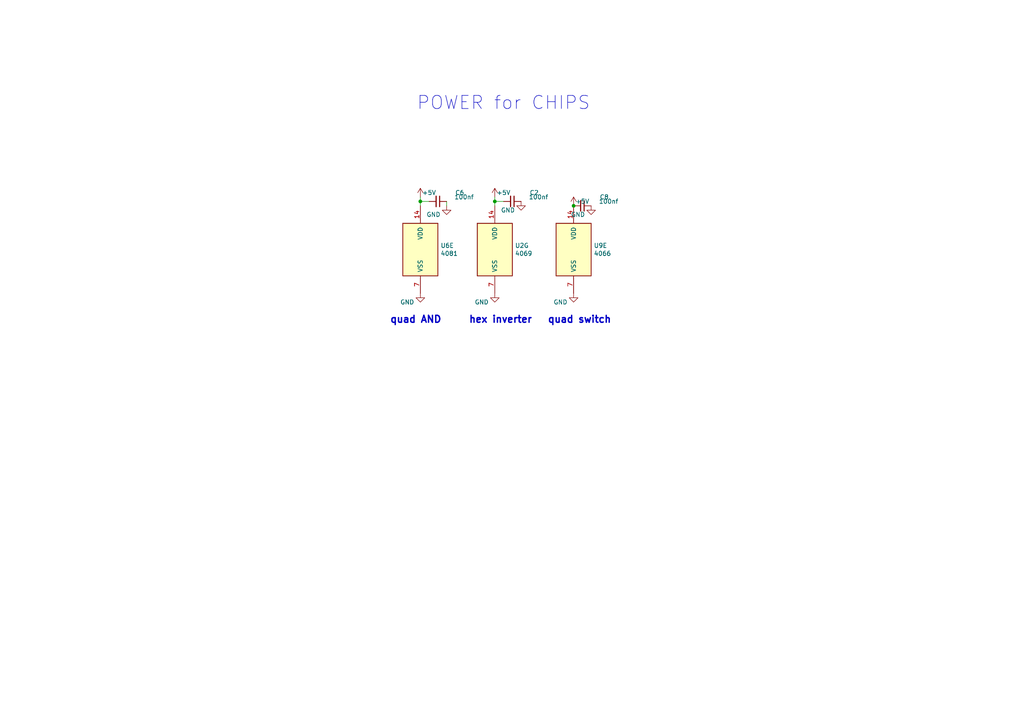
<source format=kicad_sch>
(kicad_sch (version 20250114) (generator "eeschema") (generator_version "9.0")
  (paper "A4")
  (lib_symbols
    (symbol "4xxx:4066" (pin_names (offset 1.016))
      (property "Reference" "U" (at -7.62 8.89 0))
      (property "Value" "4066" (at -7.62 -8.89 0))
      (symbol "4066_1_0"
        (polyline (pts (xy -2.54 2.54) (xy 2.54 0) (xy -2.54 -2.54) (xy -2.54 2.54)) (fill (type background)))
        (polyline (pts (xy -2.54 0) (xy 2.54 2.54) (xy 2.54 -2.54) (xy -2.54 0)) (fill (type background)))
        (polyline (pts (xy 0 1.27) (xy 0 2.54)) (stroke (width 0.1524)))
        (pin passive line (at -7.62 0 0) (length 5.08) (name "~") (number "1"))
        (pin input line (at 0 7.62 270) (length 5.08) (name "~") (number "13"))
        (pin passive line (at 7.62 0 180) (length 5.08) (name "~") (number "2"))
      )
      (symbol "4066_2_0"
        (polyline (pts (xy -2.54 2.54) (xy 2.54 0) (xy -2.54 -2.54) (xy -2.54 2.54)) (fill (type background)))
        (polyline (pts (xy -2.54 0) (xy 2.54 2.54) (xy 2.54 -2.54) (xy -2.54 0)) (fill (type background)))
        (polyline (pts (xy 0 1.27) (xy 0 2.54)) (stroke (width 0.1524)))
        (pin passive line (at -7.62 0 0) (length 5.08) (name "~") (number "4"))
        (pin input line (at 0 7.62 270) (length 5.08) (name "~") (number "5"))
        (pin passive line (at 7.62 0 180) (length 5.08) (name "~") (number "3"))
      )
      (symbol "4066_3_0"
        (polyline (pts (xy -2.54 2.54) (xy 2.54 0) (xy -2.54 -2.54) (xy -2.54 2.54)) (fill (type background)))
        (polyline (pts (xy -2.54 0) (xy 2.54 2.54) (xy 2.54 -2.54) (xy -2.54 0)) (fill (type background)))
        (polyline (pts (xy 0 1.27) (xy 0 2.54)) (stroke (width 0.1524)))
        (pin passive line (at -7.62 0 0) (length 5.08) (name "~") (number "8"))
        (pin input line (at 0 7.62 270) (length 5.08) (name "~") (number "6"))
        (pin passive line (at 7.62 0 180) (length 5.08) (name "~") (number "9"))
      )
      (symbol "4066_4_0"
        (polyline (pts (xy -2.54 2.54) (xy 2.54 0) (xy -2.54 -2.54) (xy -2.54 2.54)) (fill (type background)))
        (polyline (pts (xy -2.54 0) (xy 2.54 2.54) (xy 2.54 -2.54) (xy -2.54 0)) (fill (type background)))
        (polyline (pts (xy 0 1.27) (xy 0 2.54)) (stroke (width 0.1524)))
        (pin passive line (at -7.62 0 0) (length 5.08) (name "~") (number "11"))
        (pin input line (at 0 7.62 270) (length 5.08) (name "~") (number "12"))
        (pin passive line (at 7.62 0 180) (length 5.08) (name "~") (number "10"))
      )
      (symbol "4066_5_0"
        (pin power_in line (at 0 12.7 270) (length 5.08) (name "VDD") (number "14"))
        (pin power_in line (at 0 -12.7 90) (length 5.08) (name "VSS") (number "7"))
      )
      (symbol "4066_5_1"
        (rectangle (start -5.08 7.62) (end 5.08 -7.62) (stroke (width 0.254)) (fill (type background)))
      )
    )
    (symbol "4xxx:4069" (pin_names (offset 1.016))
      (property "Reference" "U" (at 0 1.27 0))
      (property "Value" "4069" (at 0 -1.27 0))
      (symbol "4069_1_0"
        (polyline (pts (xy -3.81 3.81) (xy -3.81 -3.81) (xy 3.81 0) (xy -3.81 3.81)) (stroke (width 0.254)) (fill (type background)))
        (pin input line (at -7.62 0 0) (length 3.81) (name "~") (number "1"))
        (pin output inverted (at 7.62 0 180) (length 3.81) (name "~") (number "2"))
      )
      (symbol "4069_2_0"
        (polyline (pts (xy -3.81 3.81) (xy -3.81 -3.81) (xy 3.81 0) (xy -3.81 3.81)) (stroke (width 0.254)) (fill (type background)))
        (pin input line (at -7.62 0 0) (length 3.81) (name "~") (number "3"))
        (pin output inverted (at 7.62 0 180) (length 3.81) (name "~") (number "4"))
      )
      (symbol "4069_3_0"
        (polyline (pts (xy -3.81 3.81) (xy -3.81 -3.81) (xy 3.81 0) (xy -3.81 3.81)) (stroke (width 0.254)) (fill (type background)))
        (pin input line (at -7.62 0 0) (length 3.81) (name "~") (number "5"))
        (pin output inverted (at 7.62 0 180) (length 3.81) (name "~") (number "6"))
      )
      (symbol "4069_4_0"
        (polyline (pts (xy -3.81 3.81) (xy -3.81 -3.81) (xy 3.81 0) (xy -3.81 3.81)) (stroke (width 0.254)) (fill (type background)))
        (pin input line (at -7.62 0 0) (length 3.81) (name "~") (number "9"))
        (pin output inverted (at 7.62 0 180) (length 3.81) (name "~") (number "8"))
      )
      (symbol "4069_5_0"
        (polyline (pts (xy -3.81 3.81) (xy -3.81 -3.81) (xy 3.81 0) (xy -3.81 3.81)) (stroke (width 0.254)) (fill (type background)))
        (pin input line (at -7.62 0 0) (length 3.81) (name "~") (number "11"))
        (pin output inverted (at 7.62 0 180) (length 3.81) (name "~") (number "10"))
      )
      (symbol "4069_6_0"
        (polyline (pts (xy -3.81 3.81) (xy -3.81 -3.81) (xy 3.81 0) (xy -3.81 3.81)) (stroke (width 0.254)) (fill (type background)))
        (pin input line (at -7.62 0 0) (length 3.81) (name "~") (number "13"))
        (pin output inverted (at 7.62 0 180) (length 3.81) (name "~") (number "12"))
      )
      (symbol "4069_7_0"
        (pin power_in line (at 0 12.7 270) (length 5.08) (name "VDD") (number "14"))
        (pin power_in line (at 0 -12.7 90) (length 5.08) (name "VSS") (number "7"))
      )
      (symbol "4069_7_1"
        (rectangle (start -5.08 7.62) (end 5.08 -7.62) (stroke (width 0.254)) (fill (type background)))
      )
    )
    (symbol "4xxx:4081" (pin_names (offset 1.016))
      (property "Reference" "U" (at 0 1.27 0))
      (property "Value" "4081" (at 0 -1.27 0))
      (symbol "4081_1_1"
        (arc (start 0 3.81) (mid 3.7934 0) (end 0 -3.81) (stroke (width 0.254)) (fill (type background)))
        (polyline (pts (xy 0 3.81) (xy -3.81 3.81) (xy -3.81 -3.81) (xy 0 -3.81)) (stroke (width 0.254)) (fill (type background)))
        (pin input line (at -7.62 2.54 0) (length 3.81) (name "~") (number "1"))
        (pin input line (at -7.62 -2.54 0) (length 3.81) (name "~") (number "2"))
        (pin output line (at 7.62 0 180) (length 3.81) (name "~") (number "3"))
      )
      (symbol "4081_1_2"
        (arc (start -3.81 3.81) (mid -2.589 0) (end -3.81 -3.81) (stroke (width 0.254)))
        (polyline (pts (xy -3.81 3.81) (xy -0.635 3.81)) (stroke (width 0.254)) (fill (type background)))
        (polyline (pts (xy -3.81 -3.81) (xy -0.635 -3.81)) (stroke (width 0.254)) (fill (type background)))
        (arc (start 3.81 0) (mid 2.1855 -2.584) (end -0.6096 -3.81) (stroke (width 0.254)) (fill (type background)))
        (arc (start -0.6096 3.81) (mid 2.1928 2.5924) (end 3.81 0) (stroke (width 0.254)) (fill (type background)))
        (polyline (pts (xy -0.635 3.81) (xy -3.81 3.81) (xy -3.81 3.81) (xy -3.556 3.4036) (xy -3.0226 2.2606) (xy -2.6924 1.0414) (xy -2.6162 -0.254) (xy -2.7686 -1.4986) (xy -3.175 -2.7178) (xy -3.81 -3.81) (xy -3.81 -3.81) (xy -0.635 -3.81)) (stroke (width -25.4)) (fill (type background)))
        (pin input inverted (at -7.62 2.54 0) (length 4.318) (name "~") (number "1"))
        (pin input inverted (at -7.62 -2.54 0) (length 4.318) (name "~") (number "2"))
        (pin output inverted (at 7.62 0 180) (length 3.81) (name "~") (number "3"))
      )
      (symbol "4081_2_1"
        (arc (start 0 3.81) (mid 3.7934 0) (end 0 -3.81) (stroke (width 0.254)) (fill (type background)))
        (polyline (pts (xy 0 3.81) (xy -3.81 3.81) (xy -3.81 -3.81) (xy 0 -3.81)) (stroke (width 0.254)) (fill (type background)))
        (pin input line (at -7.62 2.54 0) (length 3.81) (name "~") (number "5"))
        (pin input line (at -7.62 -2.54 0) (length 3.81) (name "~") (number "6"))
        (pin output line (at 7.62 0 180) (length 3.81) (name "~") (number "4"))
      )
      (symbol "4081_2_2"
        (arc (start -3.81 3.81) (mid -2.589 0) (end -3.81 -3.81) (stroke (width 0.254)))
        (polyline (pts (xy -3.81 3.81) (xy -0.635 3.81)) (stroke (width 0.254)) (fill (type background)))
        (polyline (pts (xy -3.81 -3.81) (xy -0.635 -3.81)) (stroke (width 0.254)) (fill (type background)))
        (arc (start 3.81 0) (mid 2.1855 -2.584) (end -0.6096 -3.81) (stroke (width 0.254)) (fill (type background)))
        (arc (start -0.6096 3.81) (mid 2.1928 2.5924) (end 3.81 0) (stroke (width 0.254)) (fill (type background)))
        (polyline (pts (xy -0.635 3.81) (xy -3.81 3.81) (xy -3.81 3.81) (xy -3.556 3.4036) (xy -3.0226 2.2606) (xy -2.6924 1.0414) (xy -2.6162 -0.254) (xy -2.7686 -1.4986) (xy -3.175 -2.7178) (xy -3.81 -3.81) (xy -3.81 -3.81) (xy -0.635 -3.81)) (stroke (width -25.4)) (fill (type background)))
        (pin input inverted (at -7.62 2.54 0) (length 4.318) (name "~") (number "5"))
        (pin input inverted (at -7.62 -2.54 0) (length 4.318) (name "~") (number "6"))
        (pin output inverted (at 7.62 0 180) (length 3.81) (name "~") (number "4"))
      )
      (symbol "4081_3_1"
        (arc (start 0 3.81) (mid 3.7934 0) (end 0 -3.81) (stroke (width 0.254)) (fill (type background)))
        (polyline (pts (xy 0 3.81) (xy -3.81 3.81) (xy -3.81 -3.81) (xy 0 -3.81)) (stroke (width 0.254)) (fill (type background)))
        (pin input line (at -7.62 2.54 0) (length 3.81) (name "~") (number "8"))
        (pin input line (at -7.62 -2.54 0) (length 3.81) (name "~") (number "9"))
        (pin output line (at 7.62 0 180) (length 3.81) (name "~") (number "10"))
      )
      (symbol "4081_3_2"
        (arc (start -3.81 3.81) (mid -2.589 0) (end -3.81 -3.81) (stroke (width 0.254)))
        (polyline (pts (xy -3.81 3.81) (xy -0.635 3.81)) (stroke (width 0.254)) (fill (type background)))
        (polyline (pts (xy -3.81 -3.81) (xy -0.635 -3.81)) (stroke (width 0.254)) (fill (type background)))
        (arc (start 3.81 0) (mid 2.1855 -2.584) (end -0.6096 -3.81) (stroke (width 0.254)) (fill (type background)))
        (arc (start -0.6096 3.81) (mid 2.1928 2.5924) (end 3.81 0) (stroke (width 0.254)) (fill (type background)))
        (polyline (pts (xy -0.635 3.81) (xy -3.81 3.81) (xy -3.81 3.81) (xy -3.556 3.4036) (xy -3.0226 2.2606) (xy -2.6924 1.0414) (xy -2.6162 -0.254) (xy -2.7686 -1.4986) (xy -3.175 -2.7178) (xy -3.81 -3.81) (xy -3.81 -3.81) (xy -0.635 -3.81)) (stroke (width -25.4)) (fill (type background)))
        (pin input inverted (at -7.62 2.54 0) (length 4.318) (name "~") (number "8"))
        (pin input inverted (at -7.62 -2.54 0) (length 4.318) (name "~") (number "9"))
        (pin output inverted (at 7.62 0 180) (length 3.81) (name "~") (number "10"))
      )
      (symbol "4081_4_1"
        (arc (start 0 3.81) (mid 3.7934 0) (end 0 -3.81) (stroke (width 0.254)) (fill (type background)))
        (polyline (pts (xy 0 3.81) (xy -3.81 3.81) (xy -3.81 -3.81) (xy 0 -3.81)) (stroke (width 0.254)) (fill (type background)))
        (pin input line (at -7.62 2.54 0) (length 3.81) (name "~") (number "12"))
        (pin input line (at -7.62 -2.54 0) (length 3.81) (name "~") (number "13"))
        (pin output line (at 7.62 0 180) (length 3.81) (name "~") (number "11"))
      )
      (symbol "4081_4_2"
        (arc (start -3.81 3.81) (mid -2.589 0) (end -3.81 -3.81) (stroke (width 0.254)))
        (polyline (pts (xy -3.81 3.81) (xy -0.635 3.81)) (stroke (width 0.254)) (fill (type background)))
        (polyline (pts (xy -3.81 -3.81) (xy -0.635 -3.81)) (stroke (width 0.254)) (fill (type background)))
        (arc (start 3.81 0) (mid 2.1855 -2.584) (end -0.6096 -3.81) (stroke (width 0.254)) (fill (type background)))
        (arc (start -0.6096 3.81) (mid 2.1928 2.5924) (end 3.81 0) (stroke (width 0.254)) (fill (type background)))
        (polyline (pts (xy -0.635 3.81) (xy -3.81 3.81) (xy -3.81 3.81) (xy -3.556 3.4036) (xy -3.0226 2.2606) (xy -2.6924 1.0414) (xy -2.6162 -0.254) (xy -2.7686 -1.4986) (xy -3.175 -2.7178) (xy -3.81 -3.81) (xy -3.81 -3.81) (xy -0.635 -3.81)) (stroke (width -25.4)) (fill (type background)))
        (pin input inverted (at -7.62 2.54 0) (length 4.318) (name "~") (number "12"))
        (pin input inverted (at -7.62 -2.54 0) (length 4.318) (name "~") (number "13"))
        (pin output inverted (at 7.62 0 180) (length 3.81) (name "~") (number "11"))
      )
      (symbol "4081_5_0"
        (pin power_in line (at 0 12.7 270) (length 5.08) (name "VDD") (number "14"))
        (pin power_in line (at 0 -12.7 90) (length 5.08) (name "VSS") (number "7"))
      )
      (symbol "4081_5_1"
        (rectangle (start -5.08 7.62) (end 5.08 -7.62) (stroke (width 0.254)) (fill (type background)))
      )
    )
    (symbol "Device:C_Small" (pin_numbers (hide yes)) (pin_names (offset 0.254) (hide yes))
      (property "Reference" "C" (at 0.254 1.778 0))
      (property "Value" "C_Small" (at 0.254 -2.032 0))
      (symbol "C_Small_0_1"
        (polyline (pts (xy -1.524 0.508) (xy 1.524 0.508)) (stroke (width 0.3048)))
        (polyline (pts (xy -1.524 -0.508) (xy 1.524 -0.508)) (stroke (width 0.3302)))
      )
      (symbol "C_Small_1_1"
        (pin passive line (at 0 2.54 270) (length 2.032) (name "~") (number "1"))
        (pin passive line (at 0 -2.54 90) (length 2.032) (name "~") (number "2"))
      )
    )
    (symbol "power:+5V" (power) (pin_names (offset 0))
      (property "Value" "+5V" (at 0 3.556 0))
      (symbol "+5V_0_1"
        (polyline (pts (xy -0.762 1.27) (xy 0 2.54)))
        (polyline (pts (xy 0 2.54) (xy 0.762 1.27)))
        (polyline (pts (xy 0 0) (xy 0 2.54)))
      )
      (symbol "+5V_1_1"
        (pin power_in line (at 0 0 90) (length 0) (hide yes) (name "+5V") (number "1"))
      )
    )
    (symbol "power:GND" (power) (pin_names (offset 0))
      (property "Value" "GND" (at 0 -3.81 0))
      (symbol "GND_0_1"
        (polyline (pts (xy 0 0) (xy 0 -1.27) (xy 1.27 -1.27) (xy 0 -2.54) (xy -1.27 -1.27) (xy 0 -1.27)))
      )
      (symbol "GND_1_1"
        (pin power_in line (at 0 0 270) (length 0) (hide yes) (name "GND") (number "1"))
      )
    )
  )
  (text "quad switch\n" (at 158.75 93.98 0) (effects (font (size 2.0066 2.0066) (thickness 0.4013) (bold yes)) (justify left bottom)))
  (text "POWER for CHIPS" (at 146.05 29.972 0) (effects (font (size 3.81 3.81))))
  (text "hex inverter" (at 135.89 93.98 0) (effects (font (size 2.0066 2.0066) (thickness 0.4013) (bold yes)) (justify left bottom)))
  (text "quad AND" (at 113.03 93.98 0) (effects (font (size 2.0066 2.0066) (thickness 0.4013) (bold yes)) (justify left bottom)))
  (junction (at 143.51 58.42))
  (junction (at 121.92 58.42))
  (junction (at 166.37 59.69))
  (wire (pts (xy 143.51 57.15) (xy 143.51 58.42)))
  (wire (pts (xy 146.05 58.42) (xy 143.51 58.42)))
  (wire (pts (xy 121.92 59.69) (xy 121.92 58.42)))
  (wire (pts (xy 124.46 58.42) (xy 121.92 58.42)))
  (wire (pts (xy 129.54 59.69) (xy 129.54 58.42)))
  (wire (pts (xy 121.92 58.42) (xy 121.92 57.15)))
  (wire (pts (xy 143.51 58.42) (xy 143.51 59.69)))
  (symbol (lib_id "4xxx:4069") (at 143.51 72.39 0) (unit 7)
    (property "Reference" "U2" (at 149.352 71.2216 0) (effects (justify left)))
    (property "Value" "4069" (at 149.352 73.533 0) (effects (justify left)))
    (property "Footprint" "Package_SO:SO-14_3.9x8.65mm_P1.27mm" (effects (hide yes)))
    (property "Datasheet" "http://www.intersil.com/content/dam/Intersil/documents/cd40/cd4069ubms.pdf" (effects (hide yes)))
  )
  (symbol (lib_id "power:+5V") (at 143.51 57.15 0) (unit 1)
    (property "Reference" "#PWR062" (effects (hide yes)))
    (property "Value" "+5V" (at 146.05 55.88 0))
  )
  (symbol (lib_id "power:GND") (at 143.51 85.09 0) (unit 1)
    (property "Reference" "#PWR063" (effects (hide yes)))
    (property "Value" "GND" (at 139.7 87.63 0))
  )
  (symbol (lib_id "Device:C_Small") (at 148.59 58.42 270) (unit 1)
    (property "Reference" "C2" (at 154.94 55.88 90))
    (property "Value" "100nf" (at 156.21 57.15 90))
    (property "Footprint" "Capacitor_SMD:C_0805_2012Metric" (effects (hide yes)))
  )
  (symbol (lib_id "power:GND") (at 151.13 58.42 0) (unit 1)
    (property "Reference" "#PWR064" (effects (hide yes)))
    (property "Value" "GND" (at 147.32 60.96 0))
  )
  (symbol (lib_id "4xxx:4081") (at 121.92 72.39 0) (unit 5)
    (property "Reference" "U6" (at 127.762 71.2216 0) (effects (justify left)))
    (property "Value" "4081" (at 127.762 73.533 0) (effects (justify left)))
    (property "Footprint" "Package_SO:SO-14_3.9x8.65mm_P1.27mm" (effects (hide yes)))
    (property "Datasheet" "http://www.intersil.com/content/dam/Intersil/documents/cd40/cd4073bms-81bms-82bms.pdf" (effects (hide yes)))
  )
  (symbol (lib_id "Device:C_Small") (at 127 58.42 270) (unit 1)
    (property "Reference" "C6" (at 133.35 55.88 90))
    (property "Value" "100nf" (at 134.62 57.15 90))
    (property "Footprint" "Capacitor_SMD:C_0805_2012Metric" (effects (hide yes)))
  )
  (symbol (lib_id "power:GND") (at 129.54 59.69 0) (unit 1)
    (property "Reference" "#PWR061" (effects (hide yes)))
    (property "Value" "GND" (at 125.73 62.23 0))
  )
  (symbol (lib_id "power:+5V") (at 121.92 57.15 0) (unit 1)
    (property "Reference" "#PWR059" (effects (hide yes)))
    (property "Value" "+5V" (at 124.46 55.88 0))
  )
  (symbol (lib_id "power:GND") (at 121.92 85.09 0) (unit 1)
    (property "Reference" "#PWR060" (effects (hide yes)))
    (property "Value" "GND" (at 118.11 87.63 0))
  )
  (symbol (lib_id "4xxx:4066") (at 166.37 72.39 0) (unit 5)
    (property "Reference" "U9" (at 172.212 71.2216 0) (effects (justify left)))
    (property "Value" "4066" (at 172.212 73.533 0) (effects (justify left)))
    (property "Footprint" "Package_SO:SO-14_3.9x8.65mm_P1.27mm" (effects (hide yes)))
    (property "Datasheet" "http://www.ti.com/lit/ds/symlink/cd4066b.pdf" (effects (hide yes)))
  )
  (symbol (lib_id "Device:C_Small") (at 168.91 59.69 270) (unit 1)
    (property "Reference" "C8" (at 175.26 57.15 90))
    (property "Value" "100nf" (at 176.53 58.42 90))
    (property "Footprint" "Capacitor_SMD:C_0805_2012Metric" (effects (hide yes)))
  )
  (symbol (lib_id "power:GND") (at 171.45 59.69 0) (unit 1)
    (property "Reference" "#PWR067" (effects (hide yes)))
    (property "Value" "GND" (at 167.64 62.23 0))
  )
  (symbol (lib_id "power:+5V") (at 166.37 59.69 0) (unit 1)
    (property "Reference" "#PWR065" (effects (hide yes)))
    (property "Value" "+5V" (at 168.91 58.42 0))
  )
  (symbol (lib_id "power:GND") (at 166.37 85.09 0) (unit 1)
    (property "Reference" "#PWR066" (effects (hide yes)))
    (property "Value" "GND" (at 162.56 87.63 0))
  )
)
</source>
